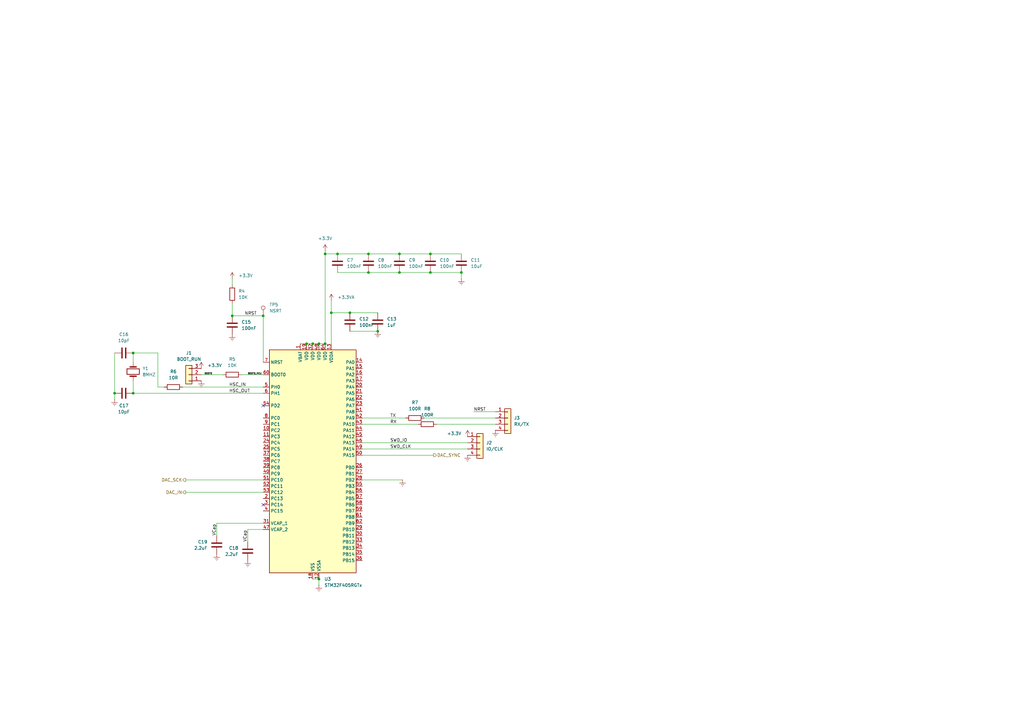
<source format=kicad_sch>
(kicad_sch (version 20231120) (generator "eeschema") (generator_version "8.0")
  (paper "A3")
  (lib_symbols
    (symbol "Connector:TestPoint" (pin_numbers hide) (pin_names (offset 0.762) hide)
      (property "Reference" "TP" (at 0 6.858 0))
      (property "Value" "TestPoint" (at 0 5.08 0))
      (symbol "TestPoint_0_1"
        (circle (center 0 3.302) (radius 0.762))
      )
      (symbol "TestPoint_1_1"
        (pin passive line (at 0 0 90) (length 2.54) (name "1") (number "1"))
      )
    )
    (symbol "Connector_Generic:Conn_01x03" (pin_names (offset 1.016) hide)
      (property "Reference" "J" (at 0 5.08 0))
      (property "Value" "Conn_01x03" (at 0 -5.08 0))
      (symbol "Conn_01x03_1_1"
        (rectangle (start -1.27 -2.413) (end 0 -2.667) (stroke (width 0.1524)))
        (rectangle (start -1.27 0.127) (end 0 -0.127) (stroke (width 0.1524)))
        (rectangle (start -1.27 2.667) (end 0 2.413) (stroke (width 0.1524)))
        (rectangle (start -1.27 3.81) (end 1.27 -3.81) (stroke (width 0.254)) (fill (type background)))
        (pin passive line (at -5.08 2.54 0) (length 3.81) (name "Pin_1") (number "1"))
        (pin passive line (at -5.08 0 0) (length 3.81) (name "Pin_2") (number "2"))
        (pin passive line (at -5.08 -2.54 0) (length 3.81) (name "Pin_3") (number "3"))
      )
    )
    (symbol "Connector_Generic:Conn_01x04" (pin_names (offset 1.016) hide)
      (property "Reference" "J" (at 0 5.08 0))
      (property "Value" "Conn_01x04" (at 0 -7.62 0))
      (symbol "Conn_01x04_1_1"
        (rectangle (start -1.27 -4.953) (end 0 -5.207) (stroke (width 0.1524)))
        (rectangle (start -1.27 -2.413) (end 0 -2.667) (stroke (width 0.1524)))
        (rectangle (start -1.27 0.127) (end 0 -0.127) (stroke (width 0.1524)))
        (rectangle (start -1.27 2.667) (end 0 2.413) (stroke (width 0.1524)))
        (rectangle (start -1.27 3.81) (end 1.27 -6.35) (stroke (width 0.254)) (fill (type background)))
        (pin passive line (at -5.08 2.54 0) (length 3.81) (name "Pin_1") (number "1"))
        (pin passive line (at -5.08 0 0) (length 3.81) (name "Pin_2") (number "2"))
        (pin passive line (at -5.08 -2.54 0) (length 3.81) (name "Pin_3") (number "3"))
        (pin passive line (at -5.08 -5.08 0) (length 3.81) (name "Pin_4") (number "4"))
      )
    )
    (symbol "Device:C" (pin_numbers hide) (pin_names (offset 0.254))
      (property "Reference" "C" (at 0.635 2.54 0))
      (property "Value" "C" (at 0.635 -2.54 0))
      (symbol "C_0_1"
        (polyline (pts (xy -2.032 -0.762) (xy 2.032 -0.762)) (stroke (width 0.508)))
        (polyline (pts (xy -2.032 0.762) (xy 2.032 0.762)) (stroke (width 0.508)))
      )
      (symbol "C_1_1"
        (pin passive line (at 0 3.81 270) (length 2.794) (name "~") (number "1"))
        (pin passive line (at 0 -3.81 90) (length 2.794) (name "~") (number "2"))
      )
    )
    (symbol "Device:Crystal" (pin_numbers hide) (pin_names (offset 1.016) hide)
      (property "Reference" "Y" (at 0 3.81 0))
      (property "Value" "Crystal" (at 0 -3.81 0))
      (symbol "Crystal_0_1"
        (rectangle (start -1.143 2.54) (end 1.143 -2.54) (stroke (width 0.3048)))
        (polyline (pts (xy -2.54 0) (xy -1.905 0)))
        (polyline (pts (xy -1.905 -1.27) (xy -1.905 1.27)) (stroke (width 0.508)))
        (polyline (pts (xy 1.905 -1.27) (xy 1.905 1.27)) (stroke (width 0.508)))
        (polyline (pts (xy 2.54 0) (xy 1.905 0)))
      )
      (symbol "Crystal_1_1"
        (pin passive line (at -3.81 0 0) (length 1.27) (name "1") (number "1"))
        (pin passive line (at 3.81 0 180) (length 1.27) (name "2") (number "2"))
      )
    )
    (symbol "Device:R" (pin_numbers hide) (pin_names (offset 0))
      (property "Reference" "R" (at 2.032 0 90))
      (property "Value" "R" (at 0 0 90))
      (symbol "R_0_1"
        (rectangle (start -1.016 -2.54) (end 1.016 2.54) (stroke (width 0.254)))
      )
      (symbol "R_1_1"
        (pin passive line (at 0 3.81 270) (length 1.27) (name "~") (number "1"))
        (pin passive line (at 0 -3.81 90) (length 1.27) (name "~") (number "2"))
      )
    )
    (symbol "MCU_ST_STM32F4:STM32F405RGTx"
      (property "Reference" "U" (at -17.78 46.99 0))
      (property "Value" "STM32F405RGTx" (at 10.16 46.99 0))
      (symbol "STM32F405RGTx_0_1"
        (rectangle (start -17.78 -45.72) (end 17.78 45.72) (stroke (width 0.254)) (fill (type background)))
      )
      (symbol "STM32F405RGTx_1_1"
        (pin power_in line (at -5.08 48.26 270) (length 2.54) (name "VBAT") (number "1"))
        (pin bidirectional line (at -20.32 12.7 0) (length 2.54) (name "PC2") (number "10"))
        (pin bidirectional line (at -20.32 10.16 0) (length 2.54) (name "PC3") (number "11"))
        (pin power_in line (at 2.54 -48.26 90) (length 2.54) (name "VSSA") (number "12"))
        (pin power_in line (at 7.62 48.26 270) (length 2.54) (name "VDDA") (number "13"))
        (pin bidirectional line (at 20.32 40.64 180) (length 2.54) (name "PA0") (number "14"))
        (pin bidirectional line (at 20.32 38.1 180) (length 2.54) (name "PA1") (number "15"))
        (pin bidirectional line (at 20.32 35.56 180) (length 2.54) (name "PA2") (number "16"))
        (pin bidirectional line (at 20.32 33.02 180) (length 2.54) (name "PA3") (number "17"))
        (pin power_in line (at 0 -48.26 90) (length 2.54) (name "VSS") (number "18"))
        (pin power_in line (at -2.54 48.26 270) (length 2.54) (name "VDD") (number "19"))
        (pin bidirectional line (at -20.32 -15.24 0) (length 2.54) (name "PC13") (number "2"))
        (pin bidirectional line (at 20.32 30.48 180) (length 2.54) (name "PA4") (number "20"))
        (pin bidirectional line (at 20.32 27.94 180) (length 2.54) (name "PA5") (number "21"))
        (pin bidirectional line (at 20.32 25.4 180) (length 2.54) (name "PA6") (number "22"))
        (pin bidirectional line (at 20.32 22.86 180) (length 2.54) (name "PA7") (number "23"))
        (pin bidirectional line (at -20.32 7.62 0) (length 2.54) (name "PC4") (number "24"))
        (pin bidirectional line (at -20.32 5.08 0) (length 2.54) (name "PC5") (number "25"))
        (pin bidirectional line (at 20.32 -2.54 180) (length 2.54) (name "PB0") (number "26"))
        (pin bidirectional line (at 20.32 -5.08 180) (length 2.54) (name "PB1") (number "27"))
        (pin bidirectional line (at 20.32 -7.62 180) (length 2.54) (name "PB2") (number "28"))
        (pin bidirectional line (at 20.32 -27.94 180) (length 2.54) (name "PB10") (number "29"))
        (pin bidirectional line (at -20.32 -17.78 0) (length 2.54) (name "PC14") (number "3"))
        (pin bidirectional line (at 20.32 -30.48 180) (length 2.54) (name "PB11") (number "30"))
        (pin power_out line (at -20.32 -25.4 0) (length 2.54) (name "VCAP_1") (number "31"))
        (pin power_in line (at 0 48.26 270) (length 2.54) (name "VDD") (number "32"))
        (pin bidirectional line (at 20.32 -33.02 180) (length 2.54) (name "PB12") (number "33"))
        (pin bidirectional line (at 20.32 -35.56 180) (length 2.54) (name "PB13") (number "34"))
        (pin bidirectional line (at 20.32 -38.1 180) (length 2.54) (name "PB14") (number "35"))
        (pin bidirectional line (at 20.32 -40.64 180) (length 2.54) (name "PB15") (number "36"))
        (pin bidirectional line (at -20.32 2.54 0) (length 2.54) (name "PC6") (number "37"))
        (pin bidirectional line (at -20.32 0 0) (length 2.54) (name "PC7") (number "38"))
        (pin bidirectional line (at -20.32 -2.54 0) (length 2.54) (name "PC8") (number "39"))
        (pin bidirectional line (at -20.32 -20.32 0) (length 2.54) (name "PC15") (number "4"))
        (pin bidirectional line (at -20.32 -5.08 0) (length 2.54) (name "PC9") (number "40"))
        (pin bidirectional line (at 20.32 20.32 180) (length 2.54) (name "PA8") (number "41"))
        (pin bidirectional line (at 20.32 17.78 180) (length 2.54) (name "PA9") (number "42"))
        (pin bidirectional line (at 20.32 15.24 180) (length 2.54) (name "PA10") (number "43"))
        (pin bidirectional line (at 20.32 12.7 180) (length 2.54) (name "PA11") (number "44"))
        (pin bidirectional line (at 20.32 10.16 180) (length 2.54) (name "PA12") (number "45"))
        (pin bidirectional line (at 20.32 7.62 180) (length 2.54) (name "PA13") (number "46"))
        (pin power_out line (at -20.32 -27.94 0) (length 2.54) (name "VCAP_2") (number "47"))
        (pin power_in line (at 2.54 48.26 270) (length 2.54) (name "VDD") (number "48"))
        (pin bidirectional line (at 20.32 5.08 180) (length 2.54) (name "PA14") (number "49"))
        (pin bidirectional line (at -20.32 30.48 0) (length 2.54) (name "PH0") (number "5"))
        (pin bidirectional line (at 20.32 2.54 180) (length 2.54) (name "PA15") (number "50"))
        (pin bidirectional line (at -20.32 -7.62 0) (length 2.54) (name "PC10") (number "51"))
        (pin bidirectional line (at -20.32 -10.16 0) (length 2.54) (name "PC11") (number "52"))
        (pin bidirectional line (at -20.32 -12.7 0) (length 2.54) (name "PC12") (number "53"))
        (pin bidirectional line (at -20.32 22.86 0) (length 2.54) (name "PD2") (number "54"))
        (pin bidirectional line (at 20.32 -10.16 180) (length 2.54) (name "PB3") (number "55"))
        (pin bidirectional line (at 20.32 -12.7 180) (length 2.54) (name "PB4") (number "56"))
        (pin bidirectional line (at 20.32 -15.24 180) (length 2.54) (name "PB5") (number "57"))
        (pin bidirectional line (at 20.32 -17.78 180) (length 2.54) (name "PB6") (number "58"))
        (pin bidirectional line (at 20.32 -20.32 180) (length 2.54) (name "PB7") (number "59"))
        (pin bidirectional line (at -20.32 27.94 0) (length 2.54) (name "PH1") (number "6"))
        (pin input line (at -20.32 35.56 0) (length 2.54) (name "BOOT0") (number "60"))
        (pin bidirectional line (at 20.32 -22.86 180) (length 2.54) (name "PB8") (number "61"))
        (pin bidirectional line (at 20.32 -25.4 180) (length 2.54) (name "PB9") (number "62"))
        (pin passive line (at 0 -48.26 90) (length 2.54) hide (name "VSS") (number "63"))
        (pin power_in line (at 5.08 48.26 270) (length 2.54) (name "VDD") (number "64"))
        (pin input line (at -20.32 40.64 0) (length 2.54) (name "NRST") (number "7"))
        (pin bidirectional line (at -20.32 17.78 0) (length 2.54) (name "PC0") (number "8"))
        (pin bidirectional line (at -20.32 15.24 0) (length 2.54) (name "PC1") (number "9"))
      )
    )
    (symbol "power:+3.3V" (power) (pin_numbers hide) (pin_names (offset 0) hide)
      (property "Value" "+3.3V" (at 0 3.556 0))
      (symbol "+3.3V_0_1"
        (polyline (pts (xy -0.762 1.27) (xy 0 2.54)))
        (polyline (pts (xy 0 0) (xy 0 2.54)))
        (polyline (pts (xy 0 2.54) (xy 0.762 1.27)))
      )
      (symbol "+3.3V_1_1"
        (pin power_in line (at 0 0 90) (length 0) (name "~") (number "1"))
      )
    )
    (symbol "power:GNDREF" (power) (pin_numbers hide) (pin_names (offset 0) hide)
      (property "Value" "GNDREF" (at 0 -3.81 0))
      (symbol "GNDREF_0_1"
        (polyline (pts (xy -0.635 -1.905) (xy 0.635 -1.905)))
        (polyline (pts (xy -0.127 -2.54) (xy 0.127 -2.54)))
        (polyline (pts (xy 0 -1.27) (xy 0 0)))
        (polyline (pts (xy 1.27 -1.27) (xy -1.27 -1.27)))
      )
      (symbol "GNDREF_1_1"
        (pin power_in line (at 0 0 270) (length 0) (name "~") (number "1"))
      )
    )
  )
  (junction (at 133.35 104.14))
  (junction (at 163.83 111.76))
  (junction (at 125.73 140.97))
  (junction (at 135.89 128.27))
  (junction (at 138.43 104.14))
  (junction (at 130.81 237.49))
  (junction (at 130.81 140.97))
  (junction (at 151.13 104.14))
  (junction (at 189.23 111.76))
  (junction (at 46.99 161.29))
  (junction (at 151.13 111.76))
  (junction (at 163.83 104.14))
  (junction (at 95.25 129.54))
  (junction (at 107.95 129.54))
  (junction (at 176.53 104.14))
  (junction (at 176.53 111.76))
  (junction (at 54.61 161.29))
  (junction (at 154.94 135.89))
  (junction (at 128.27 140.97))
  (junction (at 54.61 144.78))
  (junction (at 133.35 140.97))
  (junction (at 143.51 128.27))
  (no_connect (at 107.95 166.37))
  (no_connect (at 107.95 207.01))
  (wire (pts (xy 203.2 173.99) (xy 179.07 173.99)))
  (wire (pts (xy 46.99 161.29) (xy 46.99 163.83)))
  (wire (pts (xy 76.2 196.85) (xy 107.95 196.85)))
  (wire (pts (xy 176.53 111.76) (xy 189.23 111.76)))
  (wire (pts (xy 177.8 186.69) (xy 148.59 186.69)))
  (wire (pts (xy 130.81 140.97) (xy 133.35 140.97)))
  (wire (pts (xy 95.25 114.3) (xy 95.25 116.84)))
  (wire (pts (xy 135.89 128.27) (xy 135.89 140.97)))
  (wire (pts (xy 54.61 148.59) (xy 54.61 144.78)))
  (wire (pts (xy 107.95 129.54) (xy 95.25 129.54)))
  (wire (pts (xy 135.89 128.27) (xy 143.51 128.27)))
  (wire (pts (xy 176.53 104.14) (xy 189.23 104.14)))
  (wire (pts (xy 138.43 111.76) (xy 151.13 111.76)))
  (wire (pts (xy 64.77 158.75) (xy 67.31 158.75)))
  (wire (pts (xy 123.19 140.97) (xy 125.73 140.97)))
  (wire (pts (xy 203.2 171.45) (xy 173.99 171.45)))
  (wire (pts (xy 148.59 184.15) (xy 191.77 184.15)))
  (wire (pts (xy 163.83 111.76) (xy 176.53 111.76)))
  (wire (pts (xy 135.89 128.27) (xy 135.89 123.19)))
  (wire (pts (xy 133.35 104.14) (xy 138.43 104.14)))
  (wire (pts (xy 82.55 153.67) (xy 91.44 153.67)))
  (wire (pts (xy 163.83 104.14) (xy 176.53 104.14)))
  (wire (pts (xy 99.06 153.67) (xy 107.95 153.67)))
  (wire (pts (xy 95.25 124.46) (xy 95.25 129.54)))
  (wire (pts (xy 165.1 196.85) (xy 148.59 196.85)))
  (wire (pts (xy 171.45 173.99) (xy 148.59 173.99)))
  (wire (pts (xy 143.51 135.89) (xy 154.94 135.89)))
  (wire (pts (xy 133.35 102.87) (xy 133.35 104.14)))
  (wire (pts (xy 130.81 240.03) (xy 130.81 237.49)))
  (wire (pts (xy 125.73 140.97) (xy 128.27 140.97)))
  (wire (pts (xy 101.6 217.17) (xy 107.95 217.17)))
  (wire (pts (xy 148.59 181.61) (xy 191.77 181.61)))
  (wire (pts (xy 189.23 114.3) (xy 189.23 111.76)))
  (wire (pts (xy 88.9 214.63) (xy 107.95 214.63)))
  (wire (pts (xy 76.2 201.93) (xy 107.95 201.93)))
  (wire (pts (xy 54.61 161.29) (xy 107.95 161.29)))
  (wire (pts (xy 54.61 144.78) (xy 64.77 144.78)))
  (wire (pts (xy 166.37 171.45) (xy 148.59 171.45)))
  (wire (pts (xy 107.95 148.59) (xy 107.95 129.54)))
  (wire (pts (xy 138.43 104.14) (xy 151.13 104.14)))
  (wire (pts (xy 151.13 111.76) (xy 163.83 111.76)))
  (wire (pts (xy 54.61 156.21) (xy 54.61 161.29)))
  (wire (pts (xy 64.77 144.78) (xy 64.77 158.75)))
  (wire (pts (xy 194.31 168.91) (xy 203.2 168.91)))
  (wire (pts (xy 151.13 104.14) (xy 163.83 104.14)))
  (wire (pts (xy 88.9 214.63) (xy 88.9 219.71)))
  (wire (pts (xy 128.27 237.49) (xy 130.81 237.49)))
  (wire (pts (xy 143.51 128.27) (xy 154.94 128.27)))
  (wire (pts (xy 46.99 144.78) (xy 46.99 161.29)))
  (wire (pts (xy 128.27 140.97) (xy 130.81 140.97)))
  (wire (pts (xy 133.35 104.14) (xy 133.35 140.97)))
  (wire (pts (xy 101.6 217.17) (xy 101.6 222.25)))
  (wire (pts (xy 74.93 158.75) (xy 107.95 158.75)))
  (label "SWD_IO" (at 160.02 181.61 0))
  (label "NRST" (at 194.31 168.91 0))
  (label "HSC_OUT" (at 93.98 161.29 0))
  (label "BOOT0" (at 83.82 153.67 0) (effects (font (size 0.635 0.635))))
  (label "HSC_IN" (at 93.98 158.75 0))
  (label "BOOT0_MCU" (at 101.6 153.67 0) (effects (font (size 0.635 0.635))))
  (label "NRST" (at 100.33 129.54 0))
  (label "SWD_CLK" (at 160.02 184.15 0))
  (label "VCap" (at 88.9 219.71 90))
  (label "RX" (at 160.02 173.99 0))
  (label "TX" (at 160.02 171.45 0))
  (label "VCap" (at 101.6 222.25 90))
  (hierarchical_label "DAC_SCK" (shape output) (at 76.2 196.85 180))
  (hierarchical_label "DAC_IN" (shape output) (at 76.2 201.93 180))
  (hierarchical_label "DAC_SYNC" (shape output) (at 177.8 186.69 0))
  (symbol (lib_id "power:GNDREF") (at 189.23 114.3 0) (unit 1)
    (property "Reference" "#PWR015" (effects (hide yes)))
    (property "Value" "GNDREF" (effects (hide yes)))
    (property "Description" "Power symbol creates a global label with name \"GNDREF\" , reference supply ground" (effects (hide yes)))
  )
  (symbol (lib_id "power:GNDREF") (at 88.9 227.33 0) (unit 1)
    (property "Reference" "#PWR028" (effects (hide yes)))
    (property "Value" "GNDREF" (effects (hide yes)))
    (property "Description" "Power symbol creates a global label with name \"GNDREF\" , reference supply ground" (effects (hide yes)))
  )
  (symbol (lib_id "Device:C") (at 101.6 226.06 0) (unit 1)
    (property "Reference" "C18" (at 97.79 224.7899 0) (effects (justify right)))
    (property "Value" "2.2uF" (at 97.79 227.3299 0) (effects (justify right)))
    (property "Footprint" "Capacitor_SMD:C_0805_2012Metric_Pad1.18x1.45mm_HandSolder" (effects (hide yes)))
    (property "Description" "Unpolarized capacitor" (effects (hide yes)))
  )
  (symbol (lib_id "power:GNDREF") (at 95.25 137.16 0) (unit 1)
    (property "Reference" "#PWR020" (effects (hide yes)))
    (property "Value" "GNDREF" (effects (hide yes)))
    (property "Description" "Power symbol creates a global label with name \"GNDREF\" , reference supply ground" (effects (hide yes)))
  )
  (symbol (lib_id "Connector_Generic:Conn_01x04") (at 196.85 181.61 0) (unit 1)
    (property "Reference" "J2" (at 199.39 181.6099 0) (effects (justify left)))
    (property "Value" "IO/CLK" (at 199.39 184.1499 0) (effects (justify left)))
    (property "Footprint" "Connector_PinHeader_2.54mm:PinHeader_1x04_P2.54mm_Vertical" (effects (hide yes)))
    (property "Description" "Generic connector, single row, 01x04, script generated (kicad-library-utils/schlib/autogen/connector/)" (effects (hide yes)))
  )
  (symbol (lib_id "power:+3.3V") (at 135.89 123.19 0) (unit 1)
    (property "Reference" "#PWR016" (effects (hide yes)))
    (property "Value" "+3.3VA" (at 138.43 121.9199 0) (effects (justify left)))
    (property "Description" "Power symbol creates a global label with name \"+3.3V\"" (effects (hide yes)))
  )
  (symbol (lib_id "Connector_Generic:Conn_01x04") (at 208.28 171.45 0) (unit 1)
    (property "Reference" "J3" (at 210.82 171.4499 0) (effects (justify left)))
    (property "Value" "RX/TX" (at 210.82 173.9899 0) (effects (justify left)))
    (property "Footprint" "Connector_PinHeader_2.54mm:PinHeader_1x04_P2.54mm_Vertical" (effects (hide yes)))
    (property "Description" "Generic connector, single row, 01x04, script generated (kicad-library-utils/schlib/autogen/connector/)" (effects (hide yes)))
  )
  (symbol (lib_id "power:GNDREF") (at 82.55 156.21 0) (unit 1)
    (property "Reference" "#PWR022" (effects (hide yes)))
    (property "Value" "GNDREF" (effects (hide yes)))
    (property "Description" "Power symbol creates a global label with name \"GNDREF\" , reference supply ground" (effects (hide yes)))
  )
  (symbol (lib_id "Device:R") (at 71.12 158.75 90) (unit 1)
    (property "Reference" "R6" (at 71.12 152.4 90))
    (property "Value" "10R" (at 71.12 154.94 90))
    (property "Footprint" "Resistor_SMD:R_0805_2012Metric_Pad1.20x1.40mm_HandSolder" (effects (hide yes)))
    (property "Description" "Resistor" (effects (hide yes)))
  )
  (symbol (lib_id "Connector_Generic:Conn_01x03") (at 77.47 153.67 180) (unit 1)
    (property "Reference" "J1" (at 77.47 144.78 0))
    (property "Value" "BOOT_RUN" (at 77.47 147.32 0))
    (property "Footprint" "Connector_PinHeader_2.54mm:PinHeader_1x03_P2.54mm_Vertical" (effects (hide yes)))
    (property "Description" "Generic connector, single row, 01x03, script generated (kicad-library-utils/schlib/autogen/connector/)" (effects (hide yes)))
  )
  (symbol (lib_id "Device:C") (at 154.94 132.08 180) (unit 1)
    (property "Reference" "C13" (at 158.75 130.8099 0) (effects (justify right)))
    (property "Value" "1uF" (at 158.75 133.3499 0) (effects (justify right)))
    (property "Footprint" "Capacitor_SMD:C_0805_2012Metric_Pad1.18x1.45mm_HandSolder" (effects (hide yes)))
    (property "Description" "Unpolarized capacitor" (effects (hide yes)))
  )
  (symbol (lib_id "Connector:TestPoint") (at 107.95 129.54 0) (unit 1) (exclude_from_sim yes) (in_bom no)
    (property "Reference" "TP5" (at 110.49 124.9679 0) (effects (justify left)))
    (property "Value" "NSRT" (at 110.49 127.5079 0) (effects (justify left)))
    (property "Footprint" "Connector_Pin:Pin_D1.0mm_L10.0mm" (effects (hide yes)))
    (property "Description" "test point" (effects (hide yes)))
  )
  (symbol (lib_id "Device:Crystal") (at 54.61 152.4 270) (unit 1)
    (property "Reference" "Y1" (at 58.42 151.1299 90) (effects (justify left)))
    (property "Value" "8MHZ" (at 58.42 153.6699 90) (effects (justify left)))
    (property "Footprint" "Crystal:Crystal_SMD_HC49-SD_HandSoldering" (effects (hide yes)))
    (property "Description" "Two pin crystal" (effects (hide yes)))
  )
  (symbol (lib_id "power:GNDREF") (at 130.81 240.03 0) (unit 1)
    (property "Reference" "#PWR027" (effects (hide yes)))
    (property "Value" "GNDREF" (effects (hide yes)))
    (property "Description" "Power symbol creates a global label with name \"GNDREF\" , reference supply ground" (effects (hide yes)))
  )
  (symbol (lib_id "power:GNDREF") (at 101.6 229.87 0) (unit 1)
    (property "Reference" "#PWR026" (effects (hide yes)))
    (property "Value" "GNDREF" (effects (hide yes)))
    (property "Description" "Power symbol creates a global label with name \"GNDREF\" , reference supply ground" (effects (hide yes)))
  )
  (symbol (lib_id "power:GNDREF") (at 191.77 186.69 0) (unit 1)
    (property "Reference" "#PWR025" (effects (hide yes)))
    (property "Value" "GNDREF" (effects (hide yes)))
    (property "Description" "Power symbol creates a global label with name \"GNDREF\" , reference supply ground" (effects (hide yes)))
  )
  (symbol (lib_id "Device:C") (at 163.83 107.95 180) (unit 1)
    (property "Reference" "C9" (at 167.64 106.6799 0) (effects (justify right)))
    (property "Value" "100nF" (at 167.64 109.2199 0) (effects (justify right)))
    (property "Footprint" "Capacitor_SMD:C_0805_2012Metric_Pad1.18x1.45mm_HandSolder" (effects (hide yes)))
    (property "Description" "Unpolarized capacitor" (effects (hide yes)))
  )
  (symbol (lib_id "power:GNDREF") (at 165.1 196.85 0) (unit 1)
    (property "Reference" "#PWR029" (effects (hide yes)))
    (property "Value" "GNDREF" (effects (hide yes)))
    (property "Description" "Power symbol creates a global label with name \"GNDREF\" , reference supply ground" (effects (hide yes)))
  )
  (symbol (lib_id "power:+3.3V") (at 82.55 151.13 0) (unit 1)
    (property "Reference" "#PWR021" (effects (hide yes)))
    (property "Value" "+3.3V" (at 85.09 149.8599 0) (effects (justify left)))
    (property "Description" "Power symbol creates a global label with name \"+3.3V\"" (effects (hide yes)))
  )
  (symbol (lib_id "power:GNDREF") (at 154.94 135.89 0) (unit 1)
    (property "Reference" "#PWR018" (effects (hide yes)))
    (property "Value" "GNDREF" (effects (hide yes)))
    (property "Description" "Power symbol creates a global label with name \"GNDREF\" , reference supply ground" (effects (hide yes)))
  )
  (symbol (lib_id "Device:C") (at 138.43 107.95 180) (unit 1)
    (property "Reference" "C7" (at 142.24 106.6799 0) (effects (justify right)))
    (property "Value" "100nF" (at 142.24 109.2199 0) (effects (justify right)))
    (property "Footprint" "Capacitor_SMD:C_0805_2012Metric_Pad1.18x1.45mm_HandSolder" (effects (hide yes)))
    (property "Description" "Unpolarized capacitor" (effects (hide yes)))
  )
  (symbol (lib_id "power:+3.3V") (at 133.35 102.87 0) (unit 1)
    (property "Reference" "#PWR013" (effects (hide yes)))
    (property "Value" "+3.3V" (at 133.35 97.79 0))
    (property "Description" "Power symbol creates a global label with name \"+3.3V\"" (effects (hide yes)))
  )
  (symbol (lib_id "MCU_ST_STM32F4:STM32F405RGTx") (at 128.27 189.23 0) (unit 1)
    (property "Reference" "U3" (at 133.0041 237.49 0) (effects (justify left)))
    (property "Value" "STM32F405RGTx" (at 133.0041 240.03 0) (effects (justify left)))
    (property "Footprint" "Package_QFP:LQFP-64_10x10mm_P0.5mm" (effects (hide yes)))
    (property "Datasheet" "https://www.st.com/resource/en/datasheet/stm32f405rg.pdf" (effects (hide yes)))
    (property "Description" "STMicroelectronics Arm Cortex-M4 MCU, 1024KB flash, 192KB RAM, 168 MHz, 1.8-3.6V, 51 GPIO, LQFP64" (effects (hide yes)))
  )
  (symbol (lib_id "Device:R") (at 170.18 171.45 270) (unit 1)
    (property "Reference" "R7" (at 170.18 165.1 90))
    (property "Value" "100R" (at 170.18 167.64 90))
    (property "Footprint" "Resistor_SMD:R_0805_2012Metric_Pad1.20x1.40mm_HandSolder" (effects (hide yes)))
    (property "Description" "Resistor" (effects (hide yes)))
  )
  (symbol (lib_id "Device:C") (at 88.9 223.52 0) (unit 1)
    (property "Reference" "C19" (at 85.09 222.2499 0) (effects (justify right)))
    (property "Value" "2.2uF" (at 85.09 224.7899 0) (effects (justify right)))
    (property "Footprint" "Capacitor_SMD:C_0805_2012Metric_Pad1.18x1.45mm_HandSolder" (effects (hide yes)))
    (property "Description" "Unpolarized capacitor" (effects (hide yes)))
  )
  (symbol (lib_id "power:GNDREF") (at 46.99 163.83 0) (unit 1)
    (property "Reference" "#PWR023" (effects (hide yes)))
    (property "Value" "GNDREF" (effects (hide yes)))
    (property "Description" "Power symbol creates a global label with name \"GNDREF\" , reference supply ground" (effects (hide yes)))
  )
  (symbol (lib_id "Device:R") (at 175.26 173.99 270) (unit 1)
    (property "Reference" "R8" (at 175.26 167.64 90))
    (property "Value" "100R" (at 175.26 170.18 90))
    (property "Footprint" "Resistor_SMD:R_0805_2012Metric_Pad1.20x1.40mm_HandSolder" (effects (hide yes)))
    (property "Description" "Resistor" (effects (hide yes)))
  )
  (symbol (lib_id "power:+3.3V") (at 191.77 179.07 0) (unit 1)
    (property "Reference" "#PWR024" (effects (hide yes)))
    (property "Value" "+3.3V" (at 189.23 177.7999 0) (effects (justify right)))
    (property "Description" "Power symbol creates a global label with name \"+3.3V\"" (effects (hide yes)))
  )
  (symbol (lib_id "Device:C") (at 189.23 107.95 180) (unit 1)
    (property "Reference" "C11" (at 193.04 106.6799 0) (effects (justify right)))
    (property "Value" "10uF" (at 193.04 109.2199 0) (effects (justify right)))
    (property "Footprint" "Capacitor_SMD:C_0805_2012Metric_Pad1.18x1.45mm_HandSolder" (effects (hide yes)))
    (property "Description" "Unpolarized capacitor" (effects (hide yes)))
  )
  (symbol (lib_id "Device:R") (at 95.25 153.67 90) (unit 1)
    (property "Reference" "R5" (at 95.25 147.32 90))
    (property "Value" "10K" (at 95.25 149.86 90))
    (property "Footprint" "Resistor_SMD:R_0805_2012Metric_Pad1.20x1.40mm_HandSolder" (effects (hide yes)))
    (property "Description" "Resistor" (effects (hide yes)))
  )
  (symbol (lib_id "Device:C") (at 151.13 107.95 180) (unit 1)
    (property "Reference" "C8" (at 154.94 106.6799 0) (effects (justify right)))
    (property "Value" "100nF" (at 154.94 109.2199 0) (effects (justify right)))
    (property "Footprint" "Capacitor_SMD:C_0805_2012Metric_Pad1.18x1.45mm_HandSolder" (effects (hide yes)))
    (property "Description" "Unpolarized capacitor" (effects (hide yes)))
  )
  (symbol (lib_id "Device:C") (at 50.8 144.78 270) (unit 1)
    (property "Reference" "C16" (at 50.8 137.16 90))
    (property "Value" "10pF" (at 50.8 139.7 90))
    (property "Footprint" "Capacitor_SMD:C_0805_2012Metric_Pad1.18x1.45mm_HandSolder" (effects (hide yes)))
    (property "Description" "Unpolarized capacitor" (effects (hide yes)))
  )
  (symbol (lib_id "Device:C") (at 143.51 132.08 180) (unit 1)
    (property "Reference" "C12" (at 147.32 130.8099 0) (effects (justify right)))
    (property "Value" "100nF" (at 147.32 133.3499 0) (effects (justify right)))
    (property "Footprint" "Capacitor_SMD:C_0805_2012Metric_Pad1.18x1.45mm_HandSolder" (effects (hide yes)))
    (property "Description" "Unpolarized capacitor" (effects (hide yes)))
  )
  (symbol (lib_id "power:GNDREF") (at 203.2 176.53 0) (unit 1)
    (property "Reference" "#PWR037" (effects (hide yes)))
    (property "Value" "GNDREF" (effects (hide yes)))
    (property "Description" "Power symbol creates a global label with name \"GNDREF\" , reference supply ground" (effects (hide yes)))
  )
  (symbol (lib_id "Device:R") (at 95.25 120.65 180) (unit 1)
    (property "Reference" "R4" (at 97.79 119.3799 0) (effects (justify right)))
    (property "Value" "10K" (at 97.79 121.9199 0) (effects (justify right)))
    (property "Footprint" "Resistor_SMD:R_0805_2012Metric_Pad1.20x1.40mm_HandSolder" (effects (hide yes)))
    (property "Description" "Resistor" (effects (hide yes)))
  )
  (symbol (lib_id "Device:C") (at 176.53 107.95 180) (unit 1)
    (property "Reference" "C10" (at 180.34 106.6799 0) (effects (justify right)))
    (property "Value" "100nF" (at 180.34 109.2199 0) (effects (justify right)))
    (property "Footprint" "Capacitor_SMD:C_0805_2012Metric_Pad1.18x1.45mm_HandSolder" (effects (hide yes)))
    (property "Description" "Unpolarized capacitor" (effects (hide yes)))
  )
  (symbol (lib_id "power:+3.3V") (at 95.25 114.3 0) (unit 1)
    (property "Reference" "#PWR014" (effects (hide yes)))
    (property "Value" "+3.3V" (at 97.79 113.0299 0) (effects (justify left)))
    (property "Description" "Power symbol creates a global label with name \"+3.3V\"" (effects (hide yes)))
  )
  (symbol (lib_id "Device:C") (at 50.8 161.29 270) (unit 1)
    (property "Reference" "C17" (at 50.8 166.37 90))
    (property "Value" "10pF" (at 50.8 168.91 90))
    (property "Footprint" "Capacitor_SMD:C_0805_2012Metric_Pad1.18x1.45mm_HandSolder" (effects (hide yes)))
    (property "Description" "Unpolarized capacitor" (effects (hide yes)))
  )
  (symbol (lib_id "Device:C") (at 95.25 133.35 0) (unit 1)
    (property "Reference" "C15" (at 99.06 132.0799 0) (effects (justify left)))
    (property "Value" "100nF" (at 99.06 134.6199 0) (effects (justify left)))
    (property "Footprint" "Capacitor_SMD:C_0805_2012Metric_Pad1.18x1.45mm_HandSolder" (effects (hide yes)))
    (property "Description" "Unpolarized capacitor" (effects (hide yes)))
  )
)
</source>
